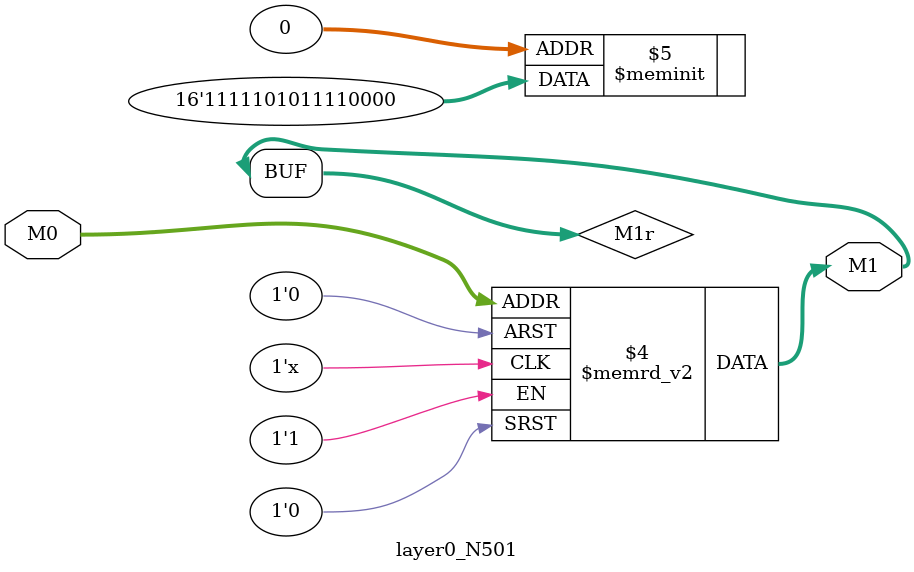
<source format=v>
module layer0_N501 ( input [2:0] M0, output [1:0] M1 );

	(*rom_style = "distributed" *) reg [1:0] M1r;
	assign M1 = M1r;
	always @ (M0) begin
		case (M0)
			3'b000: M1r = 2'b00;
			3'b100: M1r = 2'b10;
			3'b010: M1r = 2'b11;
			3'b110: M1r = 2'b11;
			3'b001: M1r = 2'b00;
			3'b101: M1r = 2'b10;
			3'b011: M1r = 2'b11;
			3'b111: M1r = 2'b11;

		endcase
	end
endmodule

</source>
